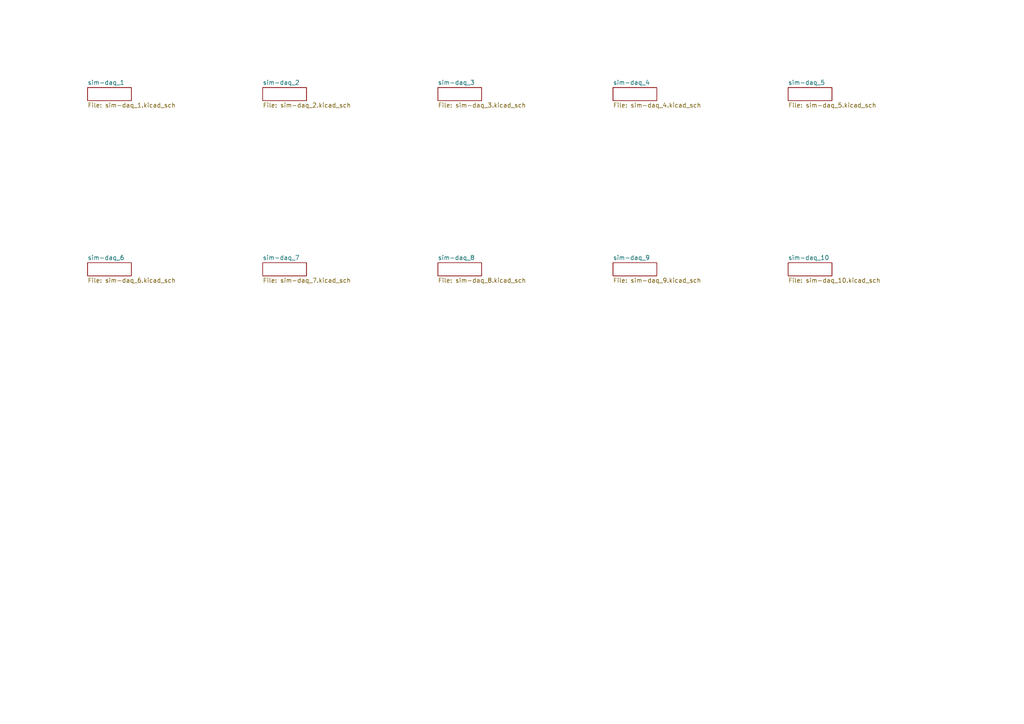
<source format=kicad_sch>
(kicad_sch
	(version 20231120)
	(generator "eeschema")
	(generator_version "8.0")
	(uuid "49d127e9-4d55-4359-a72f-e53f94e14ae0")
	(paper "A4")
	(lib_symbols)
	(sheet
		(at 76.2 76.2)
		(size 12.7 3.81)
		(fields_autoplaced yes)
		(stroke
			(width 0)
			(type solid)
		)
		(fill
			(color 0 0 0 0.0000)
		)
		(uuid "2dbc0869-cc53-44ac-b98c-dcd3fbb3dc19")
		(property "Sheetname" "sim-daq_7"
			(at 76.2 75.4884 0)
			(effects
				(font
					(size 1.27 1.27)
				)
				(justify left bottom)
			)
		)
		(property "Sheetfile" "sim-daq_7.kicad_sch"
			(at 76.2 80.5946 0)
			(effects
				(font
					(size 1.27 1.27)
				)
				(justify left top)
			)
		)
		(instances
			(project "sim-daq"
				(path "/49d127e9-4d55-4359-a72f-e53f94e14ae0"
					(page "7")
				)
			)
		)
	)
	(sheet
		(at 76.2 25.4)
		(size 12.7 3.81)
		(fields_autoplaced yes)
		(stroke
			(width 0)
			(type solid)
		)
		(fill
			(color 0 0 0 0.0000)
		)
		(uuid "32a289b3-023c-42c0-af65-55aaf1975924")
		(property "Sheetname" "sim-daq_2"
			(at 76.2 24.6884 0)
			(effects
				(font
					(size 1.27 1.27)
				)
				(justify left bottom)
			)
		)
		(property "Sheetfile" "sim-daq_2.kicad_sch"
			(at 76.2 29.7946 0)
			(effects
				(font
					(size 1.27 1.27)
				)
				(justify left top)
			)
		)
		(instances
			(project "sim-daq"
				(path "/49d127e9-4d55-4359-a72f-e53f94e14ae0"
					(page "2")
				)
			)
		)
	)
	(sheet
		(at 228.6 76.2)
		(size 12.7 3.81)
		(fields_autoplaced yes)
		(stroke
			(width 0)
			(type solid)
		)
		(fill
			(color 0 0 0 0.0000)
		)
		(uuid "61b5f3a8-250d-43ca-9cf5-deedc15b455e")
		(property "Sheetname" "sim-daq_10"
			(at 228.6 75.4884 0)
			(effects
				(font
					(size 1.27 1.27)
				)
				(justify left bottom)
			)
		)
		(property "Sheetfile" "sim-daq_10.kicad_sch"
			(at 228.6 80.5946 0)
			(effects
				(font
					(size 1.27 1.27)
				)
				(justify left top)
			)
		)
		(instances
			(project "sim-daq"
				(path "/49d127e9-4d55-4359-a72f-e53f94e14ae0"
					(page "10")
				)
			)
		)
	)
	(sheet
		(at 127 76.2)
		(size 12.7 3.81)
		(fields_autoplaced yes)
		(stroke
			(width 0)
			(type solid)
		)
		(fill
			(color 0 0 0 0.0000)
		)
		(uuid "71d720ef-da9c-4612-9da3-7d62ac26bd0d")
		(property "Sheetname" "sim-daq_8"
			(at 127 75.4884 0)
			(effects
				(font
					(size 1.27 1.27)
				)
				(justify left bottom)
			)
		)
		(property "Sheetfile" "sim-daq_8.kicad_sch"
			(at 127 80.5946 0)
			(effects
				(font
					(size 1.27 1.27)
				)
				(justify left top)
			)
		)
		(instances
			(project "sim-daq"
				(path "/49d127e9-4d55-4359-a72f-e53f94e14ae0"
					(page "8")
				)
			)
		)
	)
	(sheet
		(at 228.6 25.4)
		(size 12.7 3.81)
		(fields_autoplaced yes)
		(stroke
			(width 0)
			(type solid)
		)
		(fill
			(color 0 0 0 0.0000)
		)
		(uuid "88c1b3bb-cc79-4659-a16a-7e6c317ce9ba")
		(property "Sheetname" "sim-daq_5"
			(at 228.6 24.6884 0)
			(effects
				(font
					(size 1.27 1.27)
				)
				(justify left bottom)
			)
		)
		(property "Sheetfile" "sim-daq_5.kicad_sch"
			(at 228.6 29.7946 0)
			(effects
				(font
					(size 1.27 1.27)
				)
				(justify left top)
			)
		)
		(instances
			(project "sim-daq"
				(path "/49d127e9-4d55-4359-a72f-e53f94e14ae0"
					(page "5")
				)
			)
		)
	)
	(sheet
		(at 25.4 25.4)
		(size 12.7 3.81)
		(fields_autoplaced yes)
		(stroke
			(width 0)
			(type solid)
		)
		(fill
			(color 0 0 0 0.0000)
		)
		(uuid "96acbb27-691e-46b9-99ee-4dfd45e03ef5")
		(property "Sheetname" "sim-daq_1"
			(at 25.4 24.6884 0)
			(effects
				(font
					(size 1.27 1.27)
				)
				(justify left bottom)
			)
		)
		(property "Sheetfile" "sim-daq_1.kicad_sch"
			(at 25.4 29.7946 0)
			(effects
				(font
					(size 1.27 1.27)
				)
				(justify left top)
			)
		)
		(instances
			(project "sim-daq"
				(path "/49d127e9-4d55-4359-a72f-e53f94e14ae0"
					(page "1")
				)
			)
		)
	)
	(sheet
		(at 25.4 76.2)
		(size 12.7 3.81)
		(fields_autoplaced yes)
		(stroke
			(width 0)
			(type solid)
		)
		(fill
			(color 0 0 0 0.0000)
		)
		(uuid "a1d97233-7667-4797-ba99-74ffc63351ce")
		(property "Sheetname" "sim-daq_6"
			(at 25.4 75.4884 0)
			(effects
				(font
					(size 1.27 1.27)
				)
				(justify left bottom)
			)
		)
		(property "Sheetfile" "sim-daq_6.kicad_sch"
			(at 25.4 80.5946 0)
			(effects
				(font
					(size 1.27 1.27)
				)
				(justify left top)
			)
		)
		(instances
			(project "sim-daq"
				(path "/49d127e9-4d55-4359-a72f-e53f94e14ae0"
					(page "6")
				)
			)
		)
	)
	(sheet
		(at 177.8 25.4)
		(size 12.7 3.81)
		(fields_autoplaced yes)
		(stroke
			(width 0)
			(type solid)
		)
		(fill
			(color 0 0 0 0.0000)
		)
		(uuid "b62425e0-3112-42b3-9be6-7d2175d532b9")
		(property "Sheetname" "sim-daq_4"
			(at 177.8 24.6884 0)
			(effects
				(font
					(size 1.27 1.27)
				)
				(justify left bottom)
			)
		)
		(property "Sheetfile" "sim-daq_4.kicad_sch"
			(at 177.8 29.7946 0)
			(effects
				(font
					(size 1.27 1.27)
				)
				(justify left top)
			)
		)
		(instances
			(project "sim-daq"
				(path "/49d127e9-4d55-4359-a72f-e53f94e14ae0"
					(page "4")
				)
			)
		)
	)
	(sheet
		(at 177.8 76.2)
		(size 12.7 3.81)
		(fields_autoplaced yes)
		(stroke
			(width 0)
			(type solid)
		)
		(fill
			(color 0 0 0 0.0000)
		)
		(uuid "deed2928-307d-421b-9755-61f13fc86092")
		(property "Sheetname" "sim-daq_9"
			(at 177.8 75.4884 0)
			(effects
				(font
					(size 1.27 1.27)
				)
				(justify left bottom)
			)
		)
		(property "Sheetfile" "sim-daq_9.kicad_sch"
			(at 177.8 80.5946 0)
			(effects
				(font
					(size 1.27 1.27)
				)
				(justify left top)
			)
		)
		(instances
			(project "sim-daq"
				(path "/49d127e9-4d55-4359-a72f-e53f94e14ae0"
					(page "9")
				)
			)
		)
	)
	(sheet
		(at 127 25.4)
		(size 12.7 3.81)
		(fields_autoplaced yes)
		(stroke
			(width 0)
			(type solid)
		)
		(fill
			(color 0 0 0 0.0000)
		)
		(uuid "f89bcb10-33e5-4933-8df9-86d75083b579")
		(property "Sheetname" "sim-daq_3"
			(at 127 24.6884 0)
			(effects
				(font
					(size 1.27 1.27)
				)
				(justify left bottom)
			)
		)
		(property "Sheetfile" "sim-daq_3.kicad_sch"
			(at 127 29.7946 0)
			(effects
				(font
					(size 1.27 1.27)
				)
				(justify left top)
			)
		)
		(instances
			(project "sim-daq"
				(path "/49d127e9-4d55-4359-a72f-e53f94e14ae0"
					(page "3")
				)
			)
		)
	)
	(sheet_instances
		(path "/"
			(page "1")
		)
	)
)
</source>
